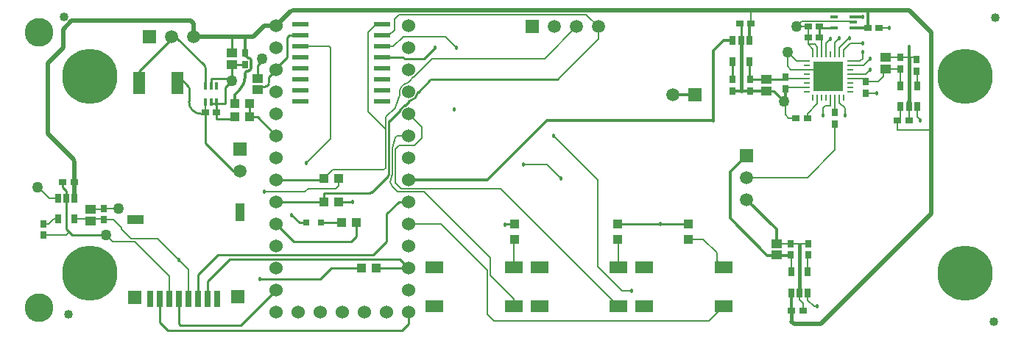
<source format=gtl>
G04*
G04 #@! TF.GenerationSoftware,Altium Limited,Altium Designer,21.9.2 (33)*
G04*
G04 Layer_Physical_Order=1*
G04 Layer_Color=255*
%FSLAX25Y25*%
%MOIN*%
G70*
G04*
G04 #@! TF.SameCoordinates,D22C8EEC-9F66-4CA6-A23B-34AD4F9630FA*
G04*
G04*
G04 #@! TF.FilePolarity,Positive*
G04*
G01*
G75*
%ADD12C,0.01000*%
%ADD14R,0.02756X0.03543*%
%ADD15R,0.05000X0.04000*%
%ADD16R,0.03543X0.02756*%
%ADD17R,0.02559X0.04331*%
%ADD18R,0.07795X0.02087*%
%ADD19R,0.01378X0.03543*%
%ADD20R,0.05512X0.09843*%
%ADD21R,0.04331X0.03937*%
%ADD23O,0.02756X0.00787*%
%ADD24O,0.00787X0.02756*%
%ADD25R,0.03543X0.01575*%
%ADD26R,0.03150X0.03150*%
%ADD27R,0.08268X0.05512*%
%ADD28R,0.03937X0.04331*%
%ADD29R,0.03150X0.07480*%
%ADD30R,0.07284X0.03937*%
%ADD31R,0.03937X0.07874*%
%ADD32R,0.05906X0.05906*%
%ADD46C,0.05000*%
%ADD59C,0.00800*%
%ADD60C,0.02000*%
%ADD61C,0.01200*%
%ADD62C,0.01500*%
%ADD63R,0.13386X0.13386*%
%ADD64C,0.04000*%
%ADD65C,0.00600*%
%ADD66C,0.13000*%
%ADD67C,0.06000*%
%ADD68C,0.25000*%
%ADD69C,0.05906*%
%ADD70R,0.05906X0.05906*%
%ADD71C,0.01800*%
D12*
X75441Y-15851D02*
G03*
X75150Y-15150I-1000J-5D01*
G01*
X62288Y-2289D02*
G03*
X61586Y-2000I-703J-711D01*
G01*
X62289Y-2289D02*
G03*
X62288Y-2289I-704J-711D01*
G01*
X103982Y-23518D02*
G03*
X104272Y-22814I-711J704D01*
G01*
X102436Y-24650D02*
G03*
X103141Y-24359I0J1000D01*
G01*
X150239Y-72847D02*
G03*
X150944Y-72556I0J1000D01*
G01*
X158207Y-65293D02*
G03*
X158500Y-64586I-707J707D01*
G01*
X158793Y-40207D02*
G03*
X158500Y-40914I707J-707D01*
G01*
X177910Y-21500D02*
G03*
X177209Y-21791I5J-1000D01*
G01*
X171811Y-27189D02*
G03*
X171537Y-27714I711J-704D01*
G01*
X168216Y-31037D02*
G03*
X171537Y-27714I-716J4037D01*
G01*
X165550Y-33393D02*
G03*
X165773Y-33227I-481J877D01*
G01*
X165550Y-33393D02*
G03*
X163894Y-35049I1950J-3607D01*
G01*
X163727Y-35273D02*
G03*
X163894Y-35049I-711J704D01*
G01*
X168216Y-31037D02*
G03*
X167689Y-31311I177J-984D01*
G01*
X68000Y-25253D02*
G03*
X67707Y-24546I-1000J0D01*
G01*
X68000Y-31500D02*
G03*
X73500Y-37000I5500J0D01*
G01*
X62289Y-2289D02*
X75150Y-15150D01*
X62288Y-2289D02*
X62289Y-2289D01*
X75441Y-15851D02*
X75441Y-15855D01*
X45339Y-23000D02*
Y-17661D01*
X262000Y-87154D02*
X294000D01*
X78000Y-32240D02*
X80559D01*
X84500D01*
X13750Y-90750D02*
X15000Y-92000D01*
X12500Y-89500D02*
X13750Y-90750D01*
X10941Y-70441D02*
Y-68000D01*
Y-70441D02*
X12500Y-72000D01*
Y-75276D02*
Y-72000D01*
X15000Y-92000D02*
X30500D01*
X12500Y-89500D02*
Y-75276D01*
X58075Y-117811D02*
X59150Y-121051D01*
X100500Y-24650D02*
X102436D01*
X104272Y-22814D02*
Y-20228D01*
X103141Y-24359D02*
X103982Y-23518D01*
X179500Y-7000D02*
Y-6500D01*
X174500Y-12000D02*
X179500Y-7000D01*
X165500Y-12000D02*
X174500D01*
X155500Y-11500D02*
X165000D01*
X165500Y-12000D01*
X113500Y-1500D02*
X118610D01*
X112500Y-11500D02*
Y-2500D01*
X113500Y-1500D01*
X107500Y-16500D02*
X112500Y-11500D01*
X107500Y-17000D02*
Y-16500D01*
X104272Y-20228D02*
X107500Y-17000D01*
X99000Y-26150D02*
X100500Y-24650D01*
X99000Y-15082D02*
X101000Y-13082D01*
Y-12000D01*
X99000Y-20850D02*
Y-15082D01*
X158500Y-64586D02*
X158500Y-40914D01*
X150944Y-72556D02*
X158207Y-65293D01*
X158793Y-40207D02*
X163727Y-35273D01*
X129154Y-72847D02*
X150239D01*
X177910Y-21500D02*
X177914Y-21500D01*
X165773Y-33227D02*
X167689Y-31311D01*
X171811Y-27189D02*
X177209Y-21791D01*
X177914Y-21500D02*
X235000D01*
X78000Y-24260D02*
Y-21000D01*
Y-24760D02*
Y-24260D01*
X80559Y-36500D02*
Y-32240D01*
Y-39500D02*
Y-36500D01*
X73500Y-37000D02*
X75441D01*
X62661Y-19500D02*
X67707Y-24546D01*
X68000Y-31500D02*
Y-25253D01*
X75441Y-50441D02*
Y-37000D01*
X45339Y-17661D02*
X60000Y-3000D01*
X75441Y-24260D02*
Y-15855D01*
X60000Y-2000D02*
X61586D01*
X78000Y-21000D02*
X86500D01*
X75441Y-50441D02*
X88000Y-63000D01*
X91000D01*
X80559Y-39500D02*
X87653D01*
X84500Y-32240D02*
Y-25000D01*
X87500Y-22000D01*
X64000Y-133000D02*
X91500D01*
X87591Y-14559D02*
X93500D01*
X87500Y-22000D02*
Y-14650D01*
X88000Y-2500D02*
Y-2000D01*
X87500Y-9350D02*
Y-2500D01*
X99000Y-38500D02*
X107500Y-47000D01*
X95346Y-38500D02*
X99000D01*
X95346D02*
Y-32500D01*
X135846Y-77000D02*
X142000D01*
X114500Y-83000D02*
X118000Y-86500D01*
X121252D01*
X143846Y-92654D02*
Y-86500D01*
X141500Y-95000D02*
X143846Y-92654D01*
X115500Y-95000D02*
X141500D01*
X107500Y-87000D02*
X115500Y-95000D01*
X127748Y-86500D02*
X137153D01*
X127500Y-112000D02*
X132500Y-107000D01*
X100000Y-112000D02*
X127500D01*
X86500Y-21000D02*
X87500Y-22000D01*
X152847Y-107000D02*
X167500D01*
X107500Y-77000D02*
X129154D01*
X107500Y-67000D02*
X128654D01*
X54819Y-131819D02*
Y-121051D01*
Y-131819D02*
X58500Y-135500D01*
X164500D01*
X167500Y-132500D01*
Y-127000D01*
X72142Y-121051D02*
Y-109858D01*
X157500Y-95000D02*
Y-82500D01*
X163000Y-77000D01*
X167500D01*
X72142Y-109858D02*
X81000Y-101000D01*
X105702D01*
X105802Y-101100D01*
X151400D01*
X157500Y-95000D01*
X76472Y-121051D02*
Y-112972D01*
X86545Y-102900D01*
X109198D01*
X109298Y-103000D01*
X163500D01*
X167500Y-107000D01*
X91500Y-133000D02*
X107500Y-117000D01*
X63480Y-132480D02*
Y-121051D01*
Y-132480D02*
X64000Y-133000D01*
X321740Y-21181D02*
Y-13224D01*
X322000Y-21441D02*
X329409D01*
X314260Y-21181D02*
Y-13224D01*
X354118Y1941D02*
X360169D01*
X353559Y-2500D02*
Y2500D01*
X329500Y-26650D02*
X332650D01*
X318000Y-3776D02*
Y3441D01*
X329500Y-21350D02*
X338543D01*
X332650Y-26650D02*
X337500Y-31500D01*
X129154Y-77000D02*
Y-72847D01*
X235000Y-21500D02*
X235250Y-21250D01*
X132500Y-107000D02*
X146153D01*
X211347Y-87154D02*
X215500D01*
D14*
X2000Y-86941D02*
D03*
Y-92059D02*
D03*
X29500Y-85059D02*
D03*
Y-79941D02*
D03*
X374500Y-22441D02*
D03*
Y-27559D02*
D03*
X390000Y-16559D02*
D03*
Y-11441D02*
D03*
X397500Y-17559D02*
D03*
Y-12441D02*
D03*
X340500Y-101075D02*
D03*
Y-95957D02*
D03*
X348500Y-101075D02*
D03*
Y-95957D02*
D03*
X322000Y-21441D02*
D03*
Y-26559D02*
D03*
X314000Y-21441D02*
D03*
Y-26559D02*
D03*
X338000Y-20441D02*
D03*
Y-25559D02*
D03*
X360500Y-41559D02*
D03*
Y-36441D02*
D03*
X93500Y-9441D02*
D03*
Y-14559D02*
D03*
D15*
X23500Y-85650D02*
D03*
Y-80350D02*
D03*
X334000Y-101166D02*
D03*
Y-95866D02*
D03*
X383500Y-16650D02*
D03*
Y-11350D02*
D03*
X329500Y-21350D02*
D03*
Y-26650D02*
D03*
X87500Y-9350D02*
D03*
Y-14650D02*
D03*
X99000Y-20850D02*
D03*
Y-26150D02*
D03*
D16*
X16059Y-68000D02*
D03*
X10941D02*
D03*
X317441Y4000D02*
D03*
X322559D02*
D03*
X80559Y-36500D02*
D03*
X75441D02*
D03*
X353559Y-2500D02*
D03*
X348441D02*
D03*
X388941Y-40000D02*
D03*
X394059D02*
D03*
X340941Y-126500D02*
D03*
X346059D02*
D03*
X348059Y-39000D02*
D03*
X342941D02*
D03*
X353559Y2500D02*
D03*
X348441D02*
D03*
X375441Y2000D02*
D03*
X380559D02*
D03*
D17*
X16240Y-75276D02*
D03*
X12500D02*
D03*
X8760D02*
D03*
Y-84724D02*
D03*
X16240D02*
D03*
X390260Y-33724D02*
D03*
X394000D02*
D03*
X397740D02*
D03*
Y-24276D02*
D03*
X390260D02*
D03*
X340760Y-118240D02*
D03*
X344500D02*
D03*
X348240D02*
D03*
Y-108791D02*
D03*
X340760D02*
D03*
X321740Y-3776D02*
D03*
X318000D02*
D03*
X314260D02*
D03*
Y-13224D02*
D03*
X321740D02*
D03*
D18*
X118610Y3500D02*
D03*
Y-1500D02*
D03*
Y-6500D02*
D03*
Y-11500D02*
D03*
Y-16500D02*
D03*
Y-21500D02*
D03*
Y-26500D02*
D03*
Y-31500D02*
D03*
X155500Y3500D02*
D03*
Y-1500D02*
D03*
Y-6500D02*
D03*
Y-11500D02*
D03*
Y-16500D02*
D03*
Y-21500D02*
D03*
Y-26500D02*
D03*
Y-31500D02*
D03*
D19*
X75441Y-31740D02*
D03*
X78000D02*
D03*
X80559D02*
D03*
Y-24260D02*
D03*
X78000D02*
D03*
X75441D02*
D03*
D20*
X45339Y-23000D02*
D03*
X62661D02*
D03*
D21*
X129154Y-66500D02*
D03*
X135846D02*
D03*
X129154Y-77000D02*
D03*
X135846D02*
D03*
X146153Y-107000D02*
D03*
X152847D02*
D03*
X95346Y-32500D02*
D03*
X88653D02*
D03*
X88653Y-38500D02*
D03*
X95346D02*
D03*
X143846Y-86500D02*
D03*
X137153D02*
D03*
D23*
X347657Y-13110D02*
D03*
Y-15079D02*
D03*
Y-17047D02*
D03*
Y-19016D02*
D03*
Y-20984D02*
D03*
Y-22953D02*
D03*
Y-24921D02*
D03*
Y-26890D02*
D03*
X367342D02*
D03*
Y-24921D02*
D03*
Y-22953D02*
D03*
Y-20984D02*
D03*
Y-19016D02*
D03*
Y-17047D02*
D03*
Y-15079D02*
D03*
Y-13110D02*
D03*
D24*
X350610Y-29842D02*
D03*
X352579D02*
D03*
X354547D02*
D03*
X356516D02*
D03*
X358484D02*
D03*
X360453D02*
D03*
X362421D02*
D03*
X364390D02*
D03*
Y-10158D02*
D03*
X362421D02*
D03*
X360453D02*
D03*
X358484D02*
D03*
X356516D02*
D03*
X354547D02*
D03*
X352579D02*
D03*
X350610D02*
D03*
D25*
X368831Y1941D02*
D03*
Y4500D02*
D03*
Y7059D02*
D03*
X360169D02*
D03*
Y1941D02*
D03*
D26*
X121252Y-86500D02*
D03*
X127748D02*
D03*
D27*
X262500Y-124500D02*
D03*
Y-106783D02*
D03*
X226673Y-124500D02*
D03*
Y-106783D02*
D03*
X215000Y-124500D02*
D03*
Y-106783D02*
D03*
X179173Y-124500D02*
D03*
Y-106783D02*
D03*
X310000Y-124500D02*
D03*
Y-106783D02*
D03*
X274173Y-124500D02*
D03*
Y-106783D02*
D03*
D28*
X262000Y-93846D02*
D03*
Y-87154D02*
D03*
X215500Y-93846D02*
D03*
Y-87154D02*
D03*
X294000Y-93846D02*
D03*
Y-87154D02*
D03*
D29*
X50488Y-121051D02*
D03*
X54819D02*
D03*
X59150D02*
D03*
X63480D02*
D03*
X67811D02*
D03*
X72142D02*
D03*
X76472D02*
D03*
X80803D02*
D03*
D30*
X43791Y-84878D02*
D03*
D31*
X91000Y-81532D02*
D03*
D32*
X90000Y-120000D02*
D03*
X43500Y-120500D02*
D03*
X320500Y-56000D02*
D03*
X91000Y-53000D02*
D03*
D46*
X36000Y-80000D02*
D03*
X-500Y-70500D02*
D03*
X30500Y-92000D02*
D03*
X87500Y-22000D02*
D03*
X101000Y-12000D02*
D03*
X339000Y-9000D02*
D03*
X343000Y2500D02*
D03*
X337500Y-31500D02*
D03*
D59*
X41370Y-93370D02*
G03*
X41926Y-93600I562J569D01*
G01*
X248234Y7766D02*
G03*
X247669Y8000I-566J-566D01*
G01*
X157234Y-38419D02*
G03*
X157234Y-38420I566J-566D01*
G01*
X178327Y-12000D02*
G03*
X177767Y-12233I4J-800D01*
G01*
X130820Y-64833D02*
G03*
X130737Y-64931I568J-564D01*
G01*
X157234Y-38420D02*
G03*
X157000Y-38985I566J-565D01*
G01*
X156200Y-62500D02*
G03*
X157000Y-61700I0J800D01*
G01*
X159609Y-65929D02*
G03*
X160000Y-64607I-2109J1343D01*
G01*
X159609Y-65929D02*
G03*
X160035Y-69956I2720J-1748D01*
G01*
X162348Y-72269D02*
G03*
X162907Y-72500I563J569D01*
G01*
X160152Y-52623D02*
G03*
X160100Y-52988I1348J-377D01*
G01*
X162331Y-47000D02*
G03*
X161561Y-47585I0J-800D01*
G01*
X168080Y-21920D02*
G03*
X167228Y-22817I17031J-17031D01*
G01*
X166784Y-23065D02*
G03*
X167228Y-22817I-147J786D01*
G01*
X161345Y-34309D02*
G03*
X161557Y-33917I-569J563D01*
G01*
X163512Y-28293D02*
G03*
X161557Y-33917I21600J-10658D01*
G01*
X166784Y-23065D02*
G03*
X163578Y-27787I716J-3935D01*
G01*
X163512Y-28293D02*
G03*
X163578Y-27787I-719J351D01*
G01*
X170973Y-19027D02*
G03*
X170870Y-19155I569J-563D01*
G01*
X169656Y-20369D02*
G03*
X169527Y-20472I434J-672D01*
G01*
X169656Y-20369D02*
G03*
X170870Y-19155I-2156J3369D01*
G01*
X29559Y-80000D02*
X36000D01*
X29500Y-79941D02*
X29559Y-80000D01*
X29091Y-80350D02*
X29500Y-79941D01*
X23500Y-80350D02*
X29091D01*
X29769Y-84765D02*
X30089Y-85059D01*
X29724Y-84724D02*
X29769Y-84765D01*
X16240Y-84724D02*
X29724D01*
X30089Y-85059D02*
X33941D01*
X29500D02*
X30089D01*
X33941D02*
X37500Y-88618D01*
Y-89500D02*
Y-88618D01*
X30500Y-92000D02*
X33500Y-95000D01*
X37500Y-89500D02*
X41370Y-93370D01*
X41926Y-93600D02*
X53840D01*
X67811Y-107571D01*
X132000Y-48500D02*
Y-6969D01*
X121000Y-59500D02*
X132000Y-48500D01*
X118610Y-6500D02*
X131531D01*
X132000Y-6969D01*
X0Y-70500D02*
X500Y-71000D01*
X-500Y-70500D02*
X0D01*
X67811Y-121051D02*
Y-107571D01*
X33500Y-95000D02*
X43500D01*
X59150Y-121051D02*
Y-110650D01*
X43500Y-95000D02*
X59150Y-110650D01*
X248234Y7766D02*
X253500Y2500D01*
X163000Y8000D02*
X247669D01*
X165000Y-2000D02*
X184000D01*
X189000Y-7000D01*
X160500Y-6500D02*
X165000Y-2000D01*
X155500Y-6500D02*
X160500D01*
X161000Y6000D02*
X163000Y8000D01*
X161000Y1146D02*
Y6000D01*
X158354Y-1500D02*
X161000Y1146D01*
X155500Y-1500D02*
X158354D01*
X177767Y-12233D02*
X177767Y-12233D01*
X170973Y-19027D02*
X177767Y-12233D01*
X130737Y-64931D02*
X130919D01*
X161345Y-34309D02*
X161345Y-34309D01*
X157234Y-38419D02*
X161345Y-34309D01*
X157234Y-38420D02*
X157234Y-38419D01*
X157000Y-44000D02*
X157000Y-38985D01*
X157000Y-61700D02*
X157000Y-44000D01*
X149000Y-36000D02*
X157000Y-44000D01*
X149000Y-146D02*
X152646Y3500D01*
X149000Y-36000D02*
Y-146D01*
X152646Y3500D02*
X155500D01*
X178331Y-12000D02*
X229000D01*
X133153Y-62500D02*
X156200D01*
X162907Y-72500D02*
X174500D01*
X159609Y-65929D02*
Y-65929D01*
X160035Y-69956D02*
X162348Y-72269D01*
X160000Y-64607D02*
X160100Y-52988D01*
X164100Y-71100D02*
X209100D01*
X161500Y-53000D02*
X163000Y-51500D01*
X161500Y-68500D02*
X164100Y-71100D01*
X161500Y-68500D02*
Y-53000D01*
X209100Y-71100D02*
X262500Y-124500D01*
X162331Y-47000D02*
X162331Y-47000D01*
X160152Y-52623D02*
X161561Y-47585D01*
X162331Y-47000D02*
X167500D01*
X163000Y-51500D02*
X170000D01*
X129154Y-66500D02*
X130817Y-65022D01*
X130820Y-64833D02*
X133153Y-62500D01*
X130817Y-65022D02*
X130919Y-64931D01*
X168080Y-21920D02*
X169527Y-20472D01*
X356516Y-4984D02*
X358500Y-3000D01*
X178327Y-12000D02*
X178331Y-12000D01*
X169527Y-20472D02*
X169527Y-20472D01*
X130820Y-64833D02*
X130820Y-64833D01*
X397740Y-38469D02*
X399000Y-39729D01*
Y-40000D02*
Y-39729D01*
X397740Y-38469D02*
Y-33724D01*
X75441Y-36500D02*
Y-31740D01*
X60000Y-3000D02*
Y-2000D01*
X135846Y-69653D02*
Y-66500D01*
X134500Y-71000D02*
X135846Y-69653D01*
X122000Y-71000D02*
X134500D01*
X120500Y-72500D02*
X122000Y-71000D01*
X102000Y-72500D02*
X120500D01*
X364390Y-10158D02*
Y-8110D01*
X367500Y-5000D01*
X362421Y-10158D02*
Y-7079D01*
X360453Y-10158D02*
Y-4547D01*
X356516Y-10158D02*
Y-4984D01*
X367342Y-13110D02*
X371890D01*
X367342Y-15079D02*
X373421D01*
X367342Y-19016D02*
X374484D01*
X371890Y-13110D02*
X373000Y-12000D01*
Y-9500D01*
X373421Y-15079D02*
X376000Y-12500D01*
X360453Y-4547D02*
X362000Y-3000D01*
X354547Y-10158D02*
Y-3488D01*
X352579Y-10158D02*
Y-6579D01*
X350610Y-10158D02*
Y-7610D01*
X348441Y-5441D02*
X350610Y-7610D01*
X351441Y-5441D02*
X352579Y-6579D01*
X348441Y-5441D02*
X351441D01*
X343000Y2500D02*
X348441D01*
Y-5441D02*
Y-2500D01*
Y2500D01*
X368453Y4878D02*
X368831Y4500D01*
X345378Y4878D02*
X368453D01*
X343000Y2500D02*
X345378Y4878D01*
X380559Y2000D02*
X385000D01*
X358484Y-33484D02*
Y-29842D01*
X360453Y-36394D02*
Y-29842D01*
X362421Y-31921D02*
Y-29842D01*
Y-31921D02*
X365000Y-34500D01*
X356016Y-33484D02*
X358484D01*
X355000Y-34500D02*
X356016Y-33484D01*
X355000Y-37500D02*
Y-34500D01*
X365000Y-38000D02*
Y-34500D01*
X320500Y-66000D02*
X348000D01*
X360500Y-53500D01*
Y-41559D01*
X343957Y-95957D02*
X344500Y-96500D01*
X334000Y-95866D02*
X334091Y-95957D01*
X340500D01*
X343957D01*
X348500D01*
X348240Y-108791D02*
Y-101335D01*
X340760Y-108791D02*
Y-101335D01*
X346059Y-126500D02*
Y-123059D01*
X344500Y-121500D02*
X346059Y-123059D01*
X344500Y-121500D02*
Y-118240D01*
X394000Y-39941D02*
Y-33724D01*
X390260Y-38681D02*
Y-33724D01*
X388941Y-40000D02*
X390260Y-38681D01*
Y-24276D02*
Y-16819D01*
X390091Y-16650D02*
X390260Y-16819D01*
X382500Y-17650D02*
X383500Y-16650D01*
X382500Y-20000D02*
Y-17650D01*
X380059Y-22441D02*
X382500Y-20000D01*
X374500Y-22441D02*
X380059D01*
X383500Y-16650D02*
X390091D01*
X367342Y-20984D02*
X373043D01*
X374500Y-22441D01*
Y-27559D02*
X379441D01*
X383591Y-11441D02*
X390000D01*
X383500Y-11350D02*
X383591Y-11441D01*
X390000D02*
X394000D01*
X397740Y-24276D02*
Y-17799D01*
X394000Y-11441D02*
X396500D01*
X388941Y-44441D02*
Y-40000D01*
Y-44441D02*
X403441D01*
X404000Y-45000D01*
X352579Y-32421D02*
Y-29842D01*
X348059Y-36941D02*
X352579Y-32421D01*
X348059Y-39000D02*
Y-36941D01*
X343110Y-13110D02*
X347657D01*
X339000Y-9000D02*
X343110Y-13110D01*
X340606Y-17047D02*
X347657D01*
X339000Y-15441D02*
X340606Y-17047D01*
X339000Y-15441D02*
Y-9000D01*
X338500Y-24921D02*
X347657D01*
X339500Y-39000D02*
X342941D01*
X322559Y4000D02*
Y9441D01*
X338543Y-20984D02*
X347657D01*
X337500Y-31500D02*
X338000Y-31000D01*
X347657Y-17047D02*
X354547D01*
X338000Y-37500D02*
X339500Y-39000D01*
X338000Y-37500D02*
Y-31000D01*
X374484Y-19016D02*
X376500Y-17000D01*
X362421Y-7079D02*
X367000Y-2500D01*
X367500Y-5000D02*
X373000D01*
X348240Y-121740D02*
Y-118240D01*
Y-121740D02*
X351000Y-124500D01*
X352500D01*
X229000Y-12000D02*
X243500Y2500D01*
X253500Y-3000D02*
Y2500D01*
X235250Y-21250D02*
X253500Y-3000D01*
X167500Y-87000D02*
X182000D01*
X203000Y-108000D01*
Y-128000D02*
Y-108000D01*
Y-128000D02*
X206000Y-131000D01*
X303500D01*
X310000Y-124500D01*
X215000D02*
Y-121000D01*
X204400Y-110400D02*
X215000Y-121000D01*
X204400Y-110400D02*
Y-102400D01*
X215000Y-106783D02*
Y-94346D01*
X262500Y-106783D02*
Y-94346D01*
X307000Y-103784D02*
X310000Y-106783D01*
X307000Y-103784D02*
Y-100000D01*
X300847Y-93846D02*
X307000Y-100000D01*
X294000Y-93846D02*
X300847D01*
X167500Y-37000D02*
X173500Y-43000D01*
Y-48000D02*
Y-43000D01*
X170000Y-51500D02*
X173500Y-48000D01*
X174500Y-72500D02*
X204400Y-102400D01*
X219500Y-60000D02*
X230000D01*
X236500Y-66500D01*
D60*
X16240Y-59069D02*
G03*
X15654Y-57654I-2000J0D01*
G01*
X115322Y10000D02*
G03*
X113918Y9418I6J-2000D01*
G01*
X4000Y-46000D02*
X15654Y-57654D01*
X16059Y-68000D02*
X16240Y-68378D01*
X16059Y-68000D02*
X16240Y-67622D01*
X15654Y-57654D02*
X15654Y-57654D01*
X16240Y-75276D02*
Y-68378D01*
Y-67622D02*
Y-59069D01*
X115322Y10000D02*
X115328Y10000D01*
X113918Y9418D02*
X113918Y9418D01*
X107500Y3000D02*
X113918Y9418D01*
X4000Y-46000D02*
Y-14000D01*
X11000Y-7000D01*
Y1409D01*
X14763Y5172D02*
X68828D01*
X70000Y4000D01*
X11000Y1409D02*
X14763Y5172D01*
X70000Y-2000D02*
Y4000D01*
X93500Y-2000D02*
X97000D01*
X115328Y10000D02*
X394000D01*
X70000Y-2000D02*
X88000D01*
X93500D01*
X97000D02*
X102000Y3000D01*
X107500D01*
X394000Y10000D02*
X404000Y0D01*
X342000Y-132500D02*
X354000D01*
X340941Y-131441D02*
X342000Y-132500D01*
X354000D02*
X404000Y-82500D01*
Y-45000D01*
Y0D01*
D61*
X96078Y-12787D02*
G03*
X94878Y-11587I-1200J0D01*
G01*
Y-17531D02*
G03*
X96078Y-16331I0J1200D01*
G01*
X93500Y-8225D02*
G03*
X93501Y-8269I1200J8D01*
G01*
X93624Y-10748D02*
G03*
X94769Y-11587I1144J361D01*
G01*
X94700Y-17531D02*
G03*
X93500Y-18731I0J-1200D01*
G01*
X91021Y-25979D02*
G03*
X93500Y-19998I-5971J5979D01*
G01*
X368831Y1941D02*
X375882D01*
X94769Y-11587D02*
X94878D01*
X96078Y-16331D02*
Y-12787D01*
X93501Y-8269D02*
X94278D01*
X94700Y-17531D02*
X94878D01*
X93500Y-18731D02*
Y-18731D01*
X93500Y-19998D02*
X93500Y-18731D01*
X93500Y-9441D02*
X93624Y-10613D01*
X93500Y-9441D02*
X94278Y-8269D01*
X93624Y-10748D02*
Y-10613D01*
X93500Y-8225D02*
X93500Y-2000D01*
X88653Y-28346D02*
X91021Y-25979D01*
X88653Y-32500D02*
Y-28346D01*
X321740Y-3776D02*
Y3681D01*
X318000Y-26559D02*
X322000D01*
X329409D01*
X314000D02*
X318000D01*
X313000Y-63500D02*
X320500Y-56000D01*
X313000Y-84500D02*
Y-63500D01*
Y-84500D02*
X329835Y-101335D01*
X340760D01*
Y-125216D02*
Y-118240D01*
X334000Y-95866D02*
Y-89500D01*
X320500Y-76000D02*
X334000Y-89500D01*
X394000Y-11441D02*
Y-6500D01*
X338000Y-31000D02*
Y-25559D01*
X375441Y2000D02*
Y9059D01*
X310224Y-3776D02*
X314260D01*
X305500Y-8500D02*
X310224Y-3776D01*
X305500Y-40000D02*
Y-8500D01*
X167500Y-67000D02*
X203000D01*
X230000Y-40000D01*
X305500D01*
X368831Y7059D02*
X372941D01*
X287000Y-28500D02*
X296000D01*
D62*
X393561Y-32439D02*
G03*
X394000Y-31379I-1061J1061D01*
G01*
X394000D02*
X394000Y-11441D01*
X393500Y-32500D02*
X393561Y-32439D01*
X318000Y-26559D02*
Y-3776D01*
X344500Y-118240D02*
Y-96500D01*
X340941Y-131441D02*
Y-126500D01*
D63*
X357500Y-20000D02*
D03*
D64*
X13500Y-128000D02*
D03*
X11500Y7000D02*
D03*
X432500Y-131500D02*
D03*
X433000Y6500D02*
D03*
D65*
X4776Y-75276D02*
X8760D01*
X500Y-71000D02*
X4776Y-75276D01*
X2000Y-92059D02*
X12441D01*
X13750Y-90750D01*
X6776Y-84724D02*
X8760D01*
X4559Y-86941D02*
X6776Y-84724D01*
X2000Y-86941D02*
X4559D01*
X253000Y-106500D02*
X264000Y-117500D01*
X268500D01*
X253000Y-106500D02*
Y-67000D01*
X233000Y-47000D02*
X253000Y-67000D01*
D66*
X0Y0D02*
D03*
Y-125000D02*
D03*
D67*
X127500Y-127000D02*
D03*
X107500Y3000D02*
D03*
Y-7000D02*
D03*
Y-17000D02*
D03*
Y-27000D02*
D03*
Y-37000D02*
D03*
Y-47000D02*
D03*
Y-57000D02*
D03*
Y-67000D02*
D03*
Y-77000D02*
D03*
Y-87000D02*
D03*
Y-97000D02*
D03*
Y-107000D02*
D03*
Y-117000D02*
D03*
Y-127000D02*
D03*
X117500D02*
D03*
X137500D02*
D03*
X147500D02*
D03*
X157500D02*
D03*
X167500D02*
D03*
Y-117000D02*
D03*
Y-107000D02*
D03*
Y-97000D02*
D03*
Y-87000D02*
D03*
Y-77000D02*
D03*
Y-67000D02*
D03*
Y-57000D02*
D03*
Y-47000D02*
D03*
Y-37000D02*
D03*
Y-27000D02*
D03*
Y-17000D02*
D03*
Y-7000D02*
D03*
Y3000D02*
D03*
D68*
X23000Y-20000D02*
D03*
X419500D02*
D03*
Y-109500D02*
D03*
X23000D02*
D03*
D69*
X320500Y-66000D02*
D03*
Y-76000D02*
D03*
X91000Y-63000D02*
D03*
X60000Y-2000D02*
D03*
X70000D02*
D03*
X253500Y2500D02*
D03*
X243500D02*
D03*
X233500D02*
D03*
X287000Y-28500D02*
D03*
D70*
X50000Y-2000D02*
D03*
X223500Y2500D02*
D03*
X297000Y-28500D02*
D03*
D71*
X121000Y-59500D02*
D03*
X63500Y-103500D02*
D03*
X268500Y-117500D02*
D03*
X233000Y-47000D02*
D03*
X189000Y-7000D02*
D03*
X179500D02*
D03*
X399000Y-40000D02*
D03*
X142000Y-77000D02*
D03*
X114500Y-83000D02*
D03*
X373000Y-5100D02*
D03*
Y-9100D02*
D03*
X376343Y-12116D02*
D03*
X376500Y-17100D02*
D03*
X367000Y-2600D02*
D03*
X362500D02*
D03*
X358500Y-3100D02*
D03*
X385000Y2000D02*
D03*
X365000Y-37600D02*
D03*
X379500Y-27600D02*
D03*
X394000Y-6600D02*
D03*
X355000Y-37600D02*
D03*
X373000Y7000D02*
D03*
X305500Y-40000D02*
D03*
X352500Y-124500D02*
D03*
X102000Y-72500D02*
D03*
X100000Y-112000D02*
D03*
X188000Y-35000D02*
D03*
X219500Y-60000D02*
D03*
X236500Y-66500D02*
D03*
X211000Y-87500D02*
D03*
X281500Y-87000D02*
D03*
M02*

</source>
